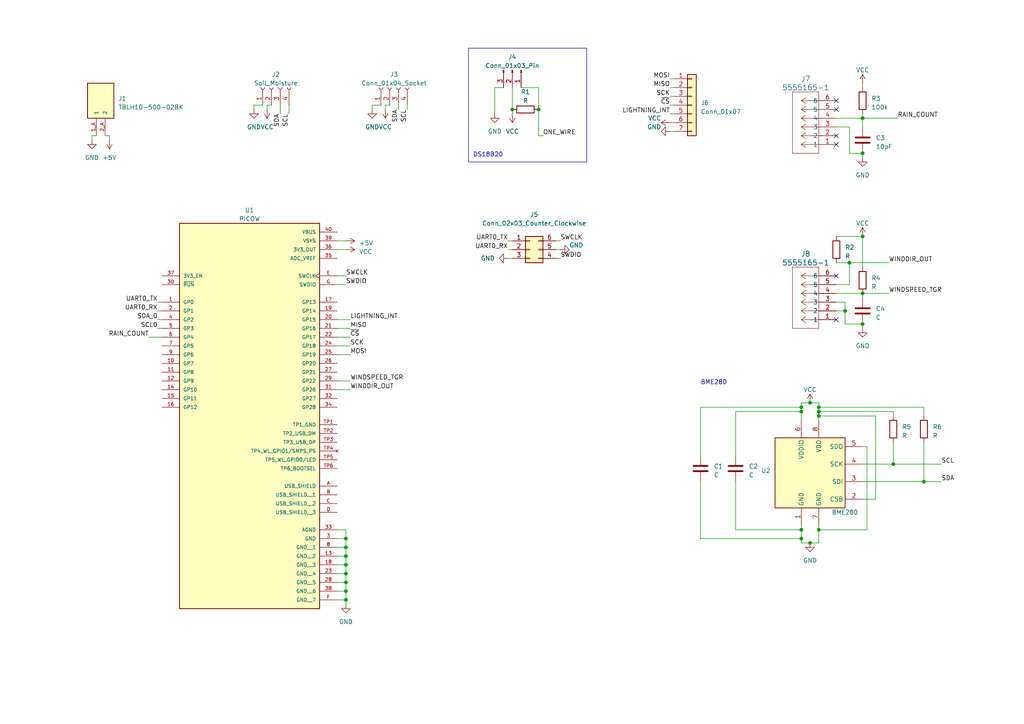
<source format=kicad_sch>
(kicad_sch (version 20230121) (generator eeschema)
  (paper "A4")
  (lib_symbols
    (symbol "Connector:Conn_01x03_Pin" (pin_names (offset 1.016) hide)
      (property "Reference" "J" (at 0 5.08 0))
      (property "Value" "Conn_01x03_Pin" (at 0 -5.08 0))
      (symbol "Conn_01x03_Pin_1_1"
        (polyline (pts (xy 1.27 -2.54) (xy 0.8636 -2.54)) (stroke (width 0.1524)))
        (polyline (pts (xy 1.27 0) (xy 0.8636 0)) (stroke (width 0.1524)))
        (polyline (pts (xy 1.27 2.54) (xy 0.8636 2.54)) (stroke (width 0.1524)))
        (rectangle (start 0.8636 -2.413) (end 0 -2.667) (stroke (width 0.1524)) (fill (type outline)))
        (rectangle (start 0.8636 0.127) (end 0 -0.127) (stroke (width 0.1524)) (fill (type outline)))
        (rectangle (start 0.8636 2.667) (end 0 2.413) (stroke (width 0.1524)) (fill (type outline)))
        (pin passive line (at 5.08 2.54 180) (length 3.81) (name "Pin_1") (number "1"))
        (pin passive line (at 5.08 0 180) (length 3.81) (name "Pin_2") (number "2"))
        (pin passive line (at 5.08 -2.54 180) (length 3.81) (name "Pin_3") (number "3"))
      )
    )
    (symbol "Connector:Conn_01x04_Socket" (pin_names (offset 1.016) hide)
      (property "Reference" "J" (at 0 5.08 0))
      (property "Value" "Conn_01x04_Socket" (at 0 -7.62 0))
      (symbol "Conn_01x04_Socket_1_1"
        (arc (start 0 -4.572) (mid -0.5058 -5.08) (end 0 -5.588) (stroke (width 0.1524)))
        (arc (start 0 -2.032) (mid -0.5058 -2.54) (end 0 -3.048) (stroke (width 0.1524)))
        (polyline (pts (xy -1.27 -5.08) (xy -0.508 -5.08)) (stroke (width 0.1524)))
        (polyline (pts (xy -1.27 -2.54) (xy -0.508 -2.54)) (stroke (width 0.1524)))
        (polyline (pts (xy -1.27 0) (xy -0.508 0)) (stroke (width 0.1524)))
        (polyline (pts (xy -1.27 2.54) (xy -0.508 2.54)) (stroke (width 0.1524)))
        (arc (start 0 0.508) (mid -0.5058 0) (end 0 -0.508) (stroke (width 0.1524)))
        (arc (start 0 3.048) (mid -0.5058 2.54) (end 0 2.032) (stroke (width 0.1524)))
        (pin passive line (at -5.08 2.54 0) (length 3.81) (name "Pin_1") (number "1"))
        (pin passive line (at -5.08 0 0) (length 3.81) (name "Pin_2") (number "2"))
        (pin passive line (at -5.08 -2.54 0) (length 3.81) (name "Pin_3") (number "3"))
        (pin passive line (at -5.08 -5.08 0) (length 3.81) (name "Pin_4") (number "4"))
      )
    )
    (symbol "Connector_Generic:Conn_01x07" (pin_names (offset 1.016) hide)
      (property "Reference" "J" (at 0 10.16 0))
      (property "Value" "Conn_01x07" (at 0 -10.16 0))
      (symbol "Conn_01x07_1_1"
        (rectangle (start -1.27 -7.493) (end 0 -7.747) (stroke (width 0.1524)))
        (rectangle (start -1.27 -4.953) (end 0 -5.207) (stroke (width 0.1524)))
        (rectangle (start -1.27 -2.413) (end 0 -2.667) (stroke (width 0.1524)))
        (rectangle (start -1.27 0.127) (end 0 -0.127) (stroke (width 0.1524)))
        (rectangle (start -1.27 2.667) (end 0 2.413) (stroke (width 0.1524)))
        (rectangle (start -1.27 5.207) (end 0 4.953) (stroke (width 0.1524)))
        (rectangle (start -1.27 7.747) (end 0 7.493) (stroke (width 0.1524)))
        (rectangle (start -1.27 8.89) (end 1.27 -8.89) (stroke (width 0.254)) (fill (type background)))
        (pin passive line (at -5.08 7.62 0) (length 3.81) (name "Pin_1") (number "1"))
        (pin passive line (at -5.08 5.08 0) (length 3.81) (name "Pin_2") (number "2"))
        (pin passive line (at -5.08 2.54 0) (length 3.81) (name "Pin_3") (number "3"))
        (pin passive line (at -5.08 0 0) (length 3.81) (name "Pin_4") (number "4"))
        (pin passive line (at -5.08 -2.54 0) (length 3.81) (name "Pin_5") (number "5"))
        (pin passive line (at -5.08 -5.08 0) (length 3.81) (name "Pin_6") (number "6"))
        (pin passive line (at -5.08 -7.62 0) (length 3.81) (name "Pin_7") (number "7"))
      )
    )
    (symbol "Connector_Generic:Conn_02x03_Counter_Clockwise" (pin_names (offset 1.016) hide)
      (property "Reference" "J" (at 1.27 5.08 0))
      (property "Value" "Conn_02x03_Counter_Clockwise" (at 1.27 -5.08 0))
      (symbol "Conn_02x03_Counter_Clockwise_1_1"
        (rectangle (start -1.27 -2.413) (end 0 -2.667) (stroke (width 0.1524)))
        (rectangle (start -1.27 0.127) (end 0 -0.127) (stroke (width 0.1524)))
        (rectangle (start -1.27 2.667) (end 0 2.413) (stroke (width 0.1524)))
        (rectangle (start -1.27 3.81) (end 3.81 -3.81) (stroke (width 0.254)) (fill (type background)))
        (rectangle (start 3.81 -2.413) (end 2.54 -2.667) (stroke (width 0.1524)))
        (rectangle (start 3.81 0.127) (end 2.54 -0.127) (stroke (width 0.1524)))
        (rectangle (start 3.81 2.667) (end 2.54 2.413) (stroke (width 0.1524)))
        (pin passive line (at -5.08 2.54 0) (length 3.81) (name "Pin_1") (number "1"))
        (pin passive line (at -5.08 0 0) (length 3.81) (name "Pin_2") (number "2"))
        (pin passive line (at -5.08 -2.54 0) (length 3.81) (name "Pin_3") (number "3"))
        (pin passive line (at 7.62 -2.54 180) (length 3.81) (name "Pin_4") (number "4"))
        (pin passive line (at 7.62 0 180) (length 3.81) (name "Pin_5") (number "5"))
        (pin passive line (at 7.62 2.54 180) (length 3.81) (name "Pin_6") (number "6"))
      )
    )
    (symbol "Device:C" (pin_numbers hide) (pin_names (offset 0.254))
      (property "Reference" "C" (at 0.635 2.54 0))
      (property "Value" "C" (at 0.635 -2.54 0))
      (symbol "C_0_1"
        (polyline (pts (xy -2.032 -0.762) (xy 2.032 -0.762)) (stroke (width 0.508)))
        (polyline (pts (xy -2.032 0.762) (xy 2.032 0.762)) (stroke (width 0.508)))
      )
      (symbol "C_1_1"
        (pin passive line (at 0 3.81 270) (length 2.794) (name "~") (number "1"))
        (pin passive line (at 0 -3.81 90) (length 2.794) (name "~") (number "2"))
      )
    )
    (symbol "Device:R" (pin_numbers hide) (pin_names (offset 0))
      (property "Reference" "R" (at 2.032 0 90))
      (property "Value" "R" (at 0 0 90))
      (symbol "R_0_1"
        (rectangle (start -1.016 -2.54) (end 1.016 2.54) (stroke (width 0.254)))
      )
      (symbol "R_1_1"
        (pin passive line (at 0 3.81 270) (length 1.27) (name "~") (number "1"))
        (pin passive line (at 0 -3.81 90) (length 1.27) (name "~") (number "2"))
      )
    )
    (symbol "PicoW:SC0918" (pin_names (offset 1.016))
      (property "Reference" "U" (at -20.32 43.942 0))
      (property "Value" "PICOW" (at 12.7 -71.12 0))
      (symbol "SC0918_0_0"
        (rectangle (start -20.32 43.18) (end 20.32 -68.58) (stroke (width 0.254)) (fill (type background)))
        (pin bidirectional line (at -25.4 20.32 0) (length 5.08) (name "GP0") (number "1"))
        (pin bidirectional line (at -25.4 2.54 0) (length 5.08) (name "GP7") (number "10"))
        (pin bidirectional line (at -25.4 0 0) (length 5.08) (name "GP8") (number "11"))
        (pin bidirectional line (at -25.4 -2.54 0) (length 5.08) (name "GP9") (number "12"))
        (pin power_in line (at 25.4 -53.34 180) (length 5.08) (name "GND__2") (number "13"))
        (pin bidirectional line (at -25.4 -5.08 0) (length 5.08) (name "GP10") (number "14"))
        (pin bidirectional line (at -25.4 -7.62 0) (length 5.08) (name "GP11") (number "15"))
        (pin bidirectional line (at -25.4 -10.16 0) (length 5.08) (name "GP12") (number "16"))
        (pin bidirectional line (at 25.4 20.32 180) (length 5.08) (name "GP13") (number "17"))
        (pin power_in line (at 25.4 -55.88 180) (length 5.08) (name "GND__3") (number "18"))
        (pin bidirectional line (at 25.4 17.78 180) (length 5.08) (name "GP14") (number "19"))
        (pin bidirectional line (at -25.4 17.78 0) (length 5.08) (name "GP1") (number "2"))
        (pin bidirectional line (at 25.4 15.24 180) (length 5.08) (name "GP15") (number "20"))
        (pin bidirectional line (at 25.4 12.7 180) (length 5.08) (name "GP16") (number "21"))
        (pin bidirectional line (at 25.4 10.16 180) (length 5.08) (name "GP17") (number "22"))
        (pin power_in line (at 25.4 -58.42 180) (length 5.08) (name "GND__4") (number "23"))
        (pin bidirectional line (at 25.4 7.62 180) (length 5.08) (name "GP18") (number "24"))
        (pin bidirectional line (at 25.4 5.08 180) (length 5.08) (name "GP19") (number "25"))
        (pin bidirectional line (at 25.4 2.54 180) (length 5.08) (name "GP20") (number "26"))
        (pin bidirectional line (at 25.4 0 180) (length 5.08) (name "GP21") (number "27"))
        (pin power_in line (at 25.4 -60.96 180) (length 5.08) (name "GND__5") (number "28"))
        (pin bidirectional line (at 25.4 -2.54 180) (length 5.08) (name "GP22") (number "29"))
        (pin power_in line (at 25.4 -48.26 180) (length 5.08) (name "GND") (number "3"))
        (pin input line (at -25.4 25.4 0) (length 5.08) (name "~{RUN}") (number "30"))
        (pin bidirectional line (at 25.4 -5.08 180) (length 5.08) (name "GP26") (number "31"))
        (pin bidirectional line (at 25.4 -7.62 180) (length 5.08) (name "GP27") (number "32"))
        (pin power_in line (at 25.4 -45.72 180) (length 5.08) (name "AGND") (number "33"))
        (pin bidirectional line (at 25.4 -10.16 180) (length 5.08) (name "GP28") (number "34"))
        (pin power_in line (at 25.4 33.02 180) (length 5.08) (name "ADC_VREF") (number "35"))
        (pin power_in line (at 25.4 35.56 180) (length 5.08) (name "3V3_OUT") (number "36"))
        (pin input line (at -25.4 27.94 0) (length 5.08) (name "3V3_EN") (number "37"))
        (pin power_in line (at 25.4 -63.5 180) (length 5.08) (name "GND__6") (number "38"))
        (pin power_in line (at 25.4 38.1 180) (length 5.08) (name "VSYS") (number "39"))
        (pin bidirectional line (at -25.4 15.24 0) (length 5.08) (name "GP2") (number "4"))
        (pin power_in line (at 25.4 40.64 180) (length 5.08) (name "VBUS") (number "40"))
        (pin bidirectional line (at -25.4 12.7 0) (length 5.08) (name "GP3") (number "5"))
        (pin bidirectional line (at -25.4 10.16 0) (length 5.08) (name "GP4") (number "6"))
        (pin bidirectional line (at -25.4 7.62 0) (length 5.08) (name "GP5") (number "7"))
        (pin power_in line (at 25.4 -50.8 180) (length 5.08) (name "GND__1") (number "8"))
        (pin bidirectional line (at -25.4 5.08 0) (length 5.08) (name "GP6") (number "9"))
        (pin power_in line (at 25.4 -33.02 180) (length 5.08) (name "USB_SHIELD") (number "A"))
        (pin power_in line (at 25.4 -35.56 180) (length 5.08) (name "USB_SHIELD__1") (number "B"))
        (pin power_in line (at 25.4 -38.1 180) (length 5.08) (name "USB_SHIELD__2") (number "C"))
        (pin power_in line (at 25.4 -40.64 180) (length 5.08) (name "USB_SHIELD__3") (number "D"))
        (pin input clock (at 25.4 27.94 180) (length 5.08) (name "SWCLK") (number "E"))
        (pin power_in line (at 25.4 -66.04 180) (length 5.08) (name "GND__7") (number "F"))
        (pin bidirectional line (at 25.4 25.4 180) (length 5.08) (name "SWDIO") (number "G"))
        (pin power_in line (at 25.4 -15.24 180) (length 5.08) (name "TP1_GND") (number "TP1"))
        (pin bidirectional line (at 25.4 -17.78 180) (length 5.08) (name "TP2_USB_DM") (number "TP2"))
        (pin bidirectional line (at 25.4 -20.32 180) (length 5.08) (name "TP3_USB_DP") (number "TP3"))
        (pin no_connect line (at 25.4 -22.86 180) (length 5.08) (name "TP4_WL_GPIO1/SMPS_PS") (number "TP4"))
        (pin output line (at 25.4 -25.4 180) (length 5.08) (name "TP5_WL_GPIO0/LED") (number "TP5"))
        (pin input line (at 25.4 -27.94 180) (length 5.08) (name "TP6_BOOTSEL") (number "TP6"))
      )
    )
    (symbol "Sensor:BME280"
      (property "Reference" "U" (at -8.89 11.43 0))
      (property "Value" "BME280" (at 7.62 11.43 0))
      (symbol "BME280_0_1"
        (rectangle (start -10.16 10.16) (end 10.16 -10.16) (stroke (width 0.254)) (fill (type background)))
      )
      (symbol "BME280_1_1"
        (pin power_in line (at -2.54 -15.24 90) (length 5.08) (name "GND") (number "1"))
        (pin input line (at 15.24 -7.62 180) (length 5.08) (name "CSB") (number "2"))
        (pin bidirectional line (at 15.24 -2.54 180) (length 5.08) (name "SDI") (number "3"))
        (pin input line (at 15.24 2.54 180) (length 5.08) (name "SCK") (number "4"))
        (pin bidirectional line (at 15.24 7.62 180) (length 5.08) (name "SDO") (number "5"))
        (pin power_in line (at -2.54 15.24 270) (length 5.08) (name "VDDIO") (number "6"))
        (pin power_in line (at 2.54 -15.24 90) (length 5.08) (name "GND") (number "7"))
        (pin power_in line (at 2.54 15.24 270) (length 5.08) (name "VDD") (number "8"))
      )
    )
    (symbol "Weather_Sensors:5555165-1" (pin_names (offset 0.254))
      (property "Reference" "J" (at 5.08 3.81 0))
      (property "Value" "5555165-1" (at 11.43 -16.51 0))
      (symbol "5555165-1_1_1"
        (polyline (pts (xy 5.08 -15.24) (xy 12.7 -15.24)) (stroke (width 0.127)))
        (polyline (pts (xy 5.08 2.54) (xy 5.08 -15.24)) (stroke (width 0.127)))
        (polyline (pts (xy 10.16 -12.7) (xy 5.08 -12.7)) (stroke (width 0.127)))
        (polyline (pts (xy 10.16 -12.7) (xy 8.89 -13.5467)) (stroke (width 0.127)))
        (polyline (pts (xy 10.16 -12.7) (xy 8.89 -11.8533)) (stroke (width 0.127)))
        (polyline (pts (xy 10.16 -10.16) (xy 5.08 -10.16)) (stroke (width 0.127)))
        (polyline (pts (xy 10.16 -10.16) (xy 8.89 -11.0067)) (stroke (width 0.127)))
        (polyline (pts (xy 10.16 -10.16) (xy 8.89 -9.3133)) (stroke (width 0.127)))
        (polyline (pts (xy 10.16 -7.62) (xy 5.08 -7.62)) (stroke (width 0.127)))
        (polyline (pts (xy 10.16 -7.62) (xy 8.89 -8.4667)) (stroke (width 0.127)))
        (polyline (pts (xy 10.16 -7.62) (xy 8.89 -6.7733)) (stroke (width 0.127)))
        (polyline (pts (xy 10.16 -5.08) (xy 5.08 -5.08)) (stroke (width 0.127)))
        (polyline (pts (xy 10.16 -5.08) (xy 8.89 -5.9267)) (stroke (width 0.127)))
        (polyline (pts (xy 10.16 -5.08) (xy 8.89 -4.2333)) (stroke (width 0.127)))
        (polyline (pts (xy 10.16 -2.54) (xy 5.08 -2.54)) (stroke (width 0.127)))
        (polyline (pts (xy 10.16 -2.54) (xy 8.89 -3.3867)) (stroke (width 0.127)))
        (polyline (pts (xy 10.16 -2.54) (xy 8.89 -1.6933)) (stroke (width 0.127)))
        (polyline (pts (xy 10.16 0) (xy 5.08 0)) (stroke (width 0.127)))
        (polyline (pts (xy 10.16 0) (xy 8.89 -0.8467)) (stroke (width 0.127)))
        (polyline (pts (xy 10.16 0) (xy 8.89 0.8467)) (stroke (width 0.127)))
        (polyline (pts (xy 12.7 -15.24) (xy 12.7 2.54)) (stroke (width 0.127)))
        (polyline (pts (xy 12.7 2.54) (xy 5.08 2.54)) (stroke (width 0.127)))
        (pin unspecified line (at 0 0 0) (length 5.08) (name "1") (number "1"))
        (pin unspecified line (at 0 -2.54 0) (length 5.08) (name "2") (number "2"))
        (pin unspecified line (at 0 -5.08 0) (length 5.08) (name "3") (number "3"))
        (pin unspecified line (at 0 -7.62 0) (length 5.08) (name "4") (number "4"))
        (pin unspecified line (at 0 -10.16 0) (length 5.08) (name "5") (number "5"))
        (pin unspecified line (at 0 -12.7 0) (length 5.08) (name "6") (number "6"))
      )
      (symbol "5555165-1_1_2"
        (polyline (pts (xy 5.08 -15.24) (xy 12.7 -15.24)) (stroke (width 0.127)))
        (polyline (pts (xy 5.08 2.54) (xy 5.08 -15.24)) (stroke (width 0.127)))
        (polyline (pts (xy 7.62 -12.7) (xy 5.08 -12.7)) (stroke (width 0.127)))
        (polyline (pts (xy 7.62 -12.7) (xy 8.89 -13.5467)) (stroke (width 0.127)))
        (polyline (pts (xy 7.62 -12.7) (xy 8.89 -11.8533)) (stroke (width 0.127)))
        (polyline (pts (xy 7.62 -10.16) (xy 5.08 -10.16)) (stroke (width 0.127)))
        (polyline (pts (xy 7.62 -10.16) (xy 8.89 -11.0067)) (stroke (width 0.127)))
        (polyline (pts (xy 7.62 -10.16) (xy 8.89 -9.3133)) (stroke (width 0.127)))
        (polyline (pts (xy 7.62 -7.62) (xy 5.08 -7.62)) (stroke (width 0.127)))
        (polyline (pts (xy 7.62 -7.62) (xy 8.89 -8.4667)) (stroke (width 0.127)))
        (polyline (pts (xy 7.62 -7.62) (xy 8.89 -6.7733)) (stroke (width 0.127)))
        (polyline (pts (xy 7.62 -5.08) (xy 5.08 -5.08)) (stroke (width 0.127)))
        (polyline (pts (xy 7.62 -5.08) (xy 8.89 -5.9267)) (stroke (width 0.127)))
        (polyline (pts (xy 7.62 -5.08) (xy 8.89 -4.2333)) (stroke (width 0.127)))
        (polyline (pts (xy 7.62 -2.54) (xy 5.08 -2.54)) (stroke (width 0.127)))
        (polyline (pts (xy 7.62 -2.54) (xy 8.89 -3.3867)) (stroke (width 0.127)))
        (polyline (pts (xy 7.62 -2.54) (xy 8.89 -1.6933)) (stroke (width 0.127)))
        (polyline (pts (xy 7.62 0) (xy 5.08 0)) (stroke (width 0.127)))
        (polyline (pts (xy 7.62 0) (xy 8.89 -0.8467)) (stroke (width 0.127)))
        (polyline (pts (xy 7.62 0) (xy 8.89 0.8467)) (stroke (width 0.127)))
        (polyline (pts (xy 12.7 -15.24) (xy 12.7 2.54)) (stroke (width 0.127)))
        (polyline (pts (xy 12.7 2.54) (xy 5.08 2.54)) (stroke (width 0.127)))
        (pin unspecified line (at 0 0 0) (length 5.08) (name "1") (number "1"))
        (pin unspecified line (at 0 -2.54 0) (length 5.08) (name "2") (number "2"))
        (pin unspecified line (at 0 -5.08 0) (length 5.08) (name "3") (number "3"))
        (pin unspecified line (at 0 -7.62 0) (length 5.08) (name "4") (number "4"))
        (pin unspecified line (at 0 -10.16 0) (length 5.08) (name "5") (number "5"))
        (pin unspecified line (at 0 -12.7 0) (length 5.08) (name "6") (number "6"))
      )
    )
    (symbol "Weather_Sensors:TBLH10-500-02BK" (pin_names (offset 1.016))
      (property "Reference" "J" (at -5.58 5.08 0))
      (property "Value" "TBLH10-500-02BK" (at -5.08 -5.08 0))
      (symbol "TBLH10-500-02BK_0_0"
        (rectangle (start -5.08 -2.54) (end 5.08 5.08) (stroke (width 0.254)) (fill (type background)))
        (pin passive line (at -10.16 2.54 0) (length 5.08) (name "1") (number "1_A"))
        (pin passive line (at -10.16 0 0) (length 5.08) (name "2") (number "2_A"))
      )
    )
    (symbol "power:+5V" (power) (pin_names (offset 0))
      (property "Value" "+5V" (at 0 3.556 0))
      (symbol "+5V_0_1"
        (polyline (pts (xy -0.762 1.27) (xy 0 2.54)))
        (polyline (pts (xy 0 0) (xy 0 2.54)))
        (polyline (pts (xy 0 2.54) (xy 0.762 1.27)))
      )
      (symbol "+5V_1_1"
        (pin power_in line (at 0 0 90) (length 0) hide (name "+5V") (number "1"))
      )
    )
    (symbol "power:GND" (power) (pin_names (offset 0))
      (property "Value" "GND" (at 0 -3.81 0))
      (symbol "GND_0_1"
        (polyline (pts (xy 0 0) (xy 0 -1.27) (xy 1.27 -1.27) (xy 0 -2.54) (xy -1.27 -1.27) (xy 0 -1.27)))
      )
      (symbol "GND_1_1"
        (pin power_in line (at 0 0 270) (length 0) hide (name "GND") (number "1"))
      )
    )
    (symbol "power:VCC" (power) (pin_names (offset 0))
      (property "Value" "VCC" (at 0 3.81 0))
      (symbol "VCC_0_1"
        (polyline (pts (xy -0.762 1.27) (xy 0 2.54)))
        (polyline (pts (xy 0 0) (xy 0 2.54)))
        (polyline (pts (xy 0 2.54) (xy 0.762 1.27)))
      )
      (symbol "VCC_1_1"
        (pin power_in line (at 0 0 90) (length 0) hide (name "VCC") (number "1"))
      )
    )
  )
  (junction (at 232.41 153.67))
  (junction (at 250.19 34.29))
  (junction (at 100.33 173.99))
  (junction (at 250.19 93.98))
  (junction (at 250.19 68.58))
  (junction (at 232.41 118.11))
  (junction (at 100.33 168.91))
  (junction (at 100.33 156.21))
  (junction (at 232.41 119.38))
  (junction (at 232.41 156.21))
  (junction (at 237.49 153.67))
  (junction (at 234.95 116.84))
  (junction (at 100.33 163.83))
  (junction (at 267.97 139.7))
  (junction (at 237.49 118.11))
  (junction (at 250.19 85.09))
  (junction (at 250.19 44.45))
  (junction (at 100.33 161.29))
  (junction (at 259.08 134.62))
  (junction (at 234.95 157.48))
  (junction (at 237.49 119.38))
  (junction (at 156.21 31.75))
  (junction (at 100.33 166.37))
  (junction (at 246.38 76.2))
  (junction (at 100.33 158.75))
  (junction (at 245.11 90.17))
  (junction (at 100.33 171.45))
  (junction (at 148.59 31.75))
  (junction (at 237.49 120.65))
  (no_connect (at 242.57 41.91))
  (no_connect (at 242.57 39.37))
  (no_connect (at 242.57 31.75))
  (no_connect (at 242.57 92.71))
  (no_connect (at 242.57 80.01))
  (no_connect (at 242.57 29.21))
  (wire (pts (xy 148.59 25.4) (xy 148.59 31.75)))
  (wire (pts (xy 250.19 68.58) (xy 250.19 77.47)))
  (wire (pts (xy 147.32 72.39) (xy 148.59 72.39)))
  (wire (pts (xy 97.79 97.79) (xy 101.6 97.79)))
  (wire (pts (xy 156.21 31.75) (xy 156.21 39.37)))
  (wire (pts (xy 237.49 157.48) (xy 237.49 153.67)))
  (wire (pts (xy 100.33 166.37) (xy 100.33 168.91)))
  (wire (pts (xy 194.31 22.86) (xy 195.58 22.86)))
  (wire (pts (xy 113.03 30.48) (xy 111.76 30.48)))
  (wire (pts (xy 100.33 156.21) (xy 100.33 158.75)))
  (wire (pts (xy 156.21 25.4) (xy 156.21 31.75)))
  (wire (pts (xy 97.79 113.03) (xy 101.6 113.03)))
  (wire (pts (xy 246.38 82.55) (xy 246.38 76.2)))
  (wire (pts (xy 237.49 119.38) (xy 259.08 119.38)))
  (wire (pts (xy 161.29 69.85) (xy 162.56 69.85)))
  (wire (pts (xy 107.95 30.48) (xy 107.95 31.75)))
  (wire (pts (xy 232.41 118.11) (xy 203.2 118.11)))
  (wire (pts (xy 97.79 166.37) (xy 100.33 166.37)))
  (wire (pts (xy 213.36 153.67) (xy 232.41 153.67)))
  (wire (pts (xy 97.79 72.39) (xy 100.33 72.39)))
  (wire (pts (xy 194.31 38.1) (xy 195.58 38.1)))
  (wire (pts (xy 31.75 39.37) (xy 31.75 40.64)))
  (wire (pts (xy 213.36 119.38) (xy 213.36 132.08)))
  (wire (pts (xy 203.2 156.21) (xy 232.41 156.21)))
  (wire (pts (xy 242.57 87.63) (xy 245.11 87.63)))
  (wire (pts (xy 115.57 30.48) (xy 115.57 31.75)))
  (wire (pts (xy 250.19 34.29) (xy 250.19 36.83)))
  (wire (pts (xy 234.95 116.84) (xy 232.41 116.84)))
  (wire (pts (xy 97.79 168.91) (xy 100.33 168.91)))
  (wire (pts (xy 242.57 36.83) (xy 246.38 36.83)))
  (wire (pts (xy 45.72 87.63) (xy 46.99 87.63)))
  (wire (pts (xy 26.67 39.37) (xy 26.67 40.64)))
  (wire (pts (xy 148.59 31.75) (xy 148.59 33.02)))
  (wire (pts (xy 237.49 119.38) (xy 237.49 120.65)))
  (wire (pts (xy 237.49 120.65) (xy 254 120.65)))
  (wire (pts (xy 250.19 144.78) (xy 254 144.78)))
  (wire (pts (xy 259.08 134.62) (xy 273.05 134.62)))
  (wire (pts (xy 97.79 173.99) (xy 100.33 173.99)))
  (wire (pts (xy 147.32 69.85) (xy 148.59 69.85)))
  (wire (pts (xy 73.66 30.48) (xy 73.66 31.75)))
  (wire (pts (xy 245.11 93.98) (xy 250.19 93.98)))
  (wire (pts (xy 267.97 118.11) (xy 267.97 120.65)))
  (wire (pts (xy 242.57 76.2) (xy 246.38 76.2)))
  (wire (pts (xy 100.33 173.99) (xy 100.33 175.26)))
  (wire (pts (xy 234.95 157.48) (xy 237.49 157.48)))
  (wire (pts (xy 250.19 44.45) (xy 250.19 45.72)))
  (wire (pts (xy 151.13 25.4) (xy 156.21 25.4)))
  (wire (pts (xy 97.79 153.67) (xy 100.33 153.67)))
  (wire (pts (xy 250.19 24.13) (xy 250.19 25.4)))
  (wire (pts (xy 237.49 118.11) (xy 267.97 118.11)))
  (wire (pts (xy 232.41 153.67) (xy 232.41 156.21)))
  (wire (pts (xy 97.79 95.25) (xy 101.6 95.25)))
  (wire (pts (xy 97.79 102.87) (xy 101.6 102.87)))
  (wire (pts (xy 97.79 92.71) (xy 101.6 92.71)))
  (wire (pts (xy 147.32 74.93) (xy 148.59 74.93)))
  (wire (pts (xy 203.2 139.7) (xy 203.2 156.21)))
  (wire (pts (xy 45.72 90.17) (xy 46.99 90.17)))
  (wire (pts (xy 246.38 36.83) (xy 246.38 44.45)))
  (wire (pts (xy 267.97 128.27) (xy 267.97 139.7)))
  (wire (pts (xy 203.2 118.11) (xy 203.2 132.08)))
  (wire (pts (xy 194.31 35.56) (xy 195.58 35.56)))
  (wire (pts (xy 246.38 44.45) (xy 250.19 44.45)))
  (wire (pts (xy 97.79 161.29) (xy 100.33 161.29)))
  (wire (pts (xy 100.33 158.75) (xy 100.33 161.29)))
  (wire (pts (xy 232.41 116.84) (xy 232.41 118.11)))
  (wire (pts (xy 259.08 119.38) (xy 259.08 120.65)))
  (wire (pts (xy 100.33 158.75) (xy 97.79 158.75)))
  (wire (pts (xy 237.49 118.11) (xy 237.49 119.38)))
  (wire (pts (xy 237.49 120.65) (xy 237.49 121.92)))
  (wire (pts (xy 156.21 39.37) (xy 157.48 39.37)))
  (wire (pts (xy 97.79 171.45) (xy 100.33 171.45)))
  (wire (pts (xy 237.49 116.84) (xy 237.49 118.11)))
  (wire (pts (xy 250.19 93.98) (xy 250.19 95.25)))
  (wire (pts (xy 97.79 69.85) (xy 100.33 69.85)))
  (wire (pts (xy 118.11 30.48) (xy 118.11 31.75)))
  (wire (pts (xy 97.79 82.55) (xy 100.33 82.55)))
  (wire (pts (xy 97.79 156.21) (xy 100.33 156.21)))
  (wire (pts (xy 242.57 68.58) (xy 250.19 68.58)))
  (wire (pts (xy 259.08 128.27) (xy 259.08 134.62)))
  (wire (pts (xy 250.19 134.62) (xy 259.08 134.62)))
  (wire (pts (xy 232.41 156.21) (xy 232.41 157.48)))
  (wire (pts (xy 100.33 161.29) (xy 100.33 163.83)))
  (wire (pts (xy 194.31 30.48) (xy 195.58 30.48)))
  (wire (pts (xy 232.41 152.4) (xy 232.41 153.67)))
  (wire (pts (xy 237.49 153.67) (xy 237.49 152.4)))
  (wire (pts (xy 232.41 157.48) (xy 234.95 157.48)))
  (wire (pts (xy 83.82 30.48) (xy 83.82 33.02)))
  (wire (pts (xy 110.49 30.48) (xy 107.95 30.48)))
  (wire (pts (xy 237.49 153.67) (xy 251.46 153.67)))
  (wire (pts (xy 111.76 30.48) (xy 111.76 31.75)))
  (wire (pts (xy 250.19 85.09) (xy 250.19 86.36)))
  (wire (pts (xy 251.46 129.54) (xy 251.46 153.67)))
  (wire (pts (xy 78.74 30.48) (xy 77.47 30.48)))
  (wire (pts (xy 100.33 163.83) (xy 100.33 166.37)))
  (wire (pts (xy 254 144.78) (xy 254 120.65)))
  (wire (pts (xy 232.41 119.38) (xy 213.36 119.38)))
  (wire (pts (xy 194.31 25.4) (xy 195.58 25.4)))
  (wire (pts (xy 76.2 30.48) (xy 73.66 30.48)))
  (wire (pts (xy 242.57 90.17) (xy 245.11 90.17)))
  (wire (pts (xy 27.94 39.37) (xy 26.67 39.37)))
  (wire (pts (xy 242.57 85.09) (xy 250.19 85.09)))
  (wire (pts (xy 161.29 74.93) (xy 162.56 74.93)))
  (wire (pts (xy 100.33 171.45) (xy 100.33 173.99)))
  (wire (pts (xy 250.19 139.7) (xy 267.97 139.7)))
  (wire (pts (xy 45.72 92.71) (xy 46.99 92.71)))
  (wire (pts (xy 81.28 30.48) (xy 81.28 33.02)))
  (wire (pts (xy 100.33 153.67) (xy 100.33 156.21)))
  (wire (pts (xy 143.51 33.02) (xy 143.51 25.4)))
  (wire (pts (xy 232.41 118.11) (xy 232.41 119.38)))
  (wire (pts (xy 143.51 25.4) (xy 146.05 25.4)))
  (wire (pts (xy 250.19 129.54) (xy 251.46 129.54)))
  (wire (pts (xy 194.31 33.02) (xy 195.58 33.02)))
  (wire (pts (xy 245.11 87.63) (xy 245.11 90.17)))
  (wire (pts (xy 245.11 90.17) (xy 245.11 93.98)))
  (wire (pts (xy 250.19 33.02) (xy 250.19 34.29)))
  (wire (pts (xy 242.57 82.55) (xy 246.38 82.55)))
  (wire (pts (xy 43.18 97.79) (xy 46.99 97.79)))
  (wire (pts (xy 45.72 95.25) (xy 46.99 95.25)))
  (wire (pts (xy 97.79 163.83) (xy 100.33 163.83)))
  (wire (pts (xy 161.29 72.39) (xy 162.56 72.39)))
  (wire (pts (xy 77.47 30.48) (xy 77.47 31.75)))
  (wire (pts (xy 194.31 27.94) (xy 195.58 27.94)))
  (wire (pts (xy 250.19 34.29) (xy 260.35 34.29)))
  (wire (pts (xy 232.41 119.38) (xy 232.41 121.92)))
  (wire (pts (xy 250.19 85.09) (xy 257.81 85.09)))
  (wire (pts (xy 100.33 168.91) (xy 100.33 171.45)))
  (wire (pts (xy 97.79 110.49) (xy 101.6 110.49)))
  (wire (pts (xy 30.48 39.37) (xy 31.75 39.37)))
  (wire (pts (xy 234.95 116.84) (xy 237.49 116.84)))
  (wire (pts (xy 246.38 76.2) (xy 257.81 76.2)))
  (wire (pts (xy 97.79 80.01) (xy 100.33 80.01)))
  (wire (pts (xy 97.79 100.33) (xy 101.6 100.33)))
  (wire (pts (xy 213.36 139.7) (xy 213.36 153.67)))
  (wire (pts (xy 267.97 139.7) (xy 273.05 139.7)))
  (wire (pts (xy 242.57 34.29) (xy 250.19 34.29)))
  (rectangle (start 135.89 13.97) (end 170.18 46.99))
  (text "BME280" (at 203.2 111.76 0) (effects (font (size 1.27 1.27)) (justify left bottom)))
  (text "DS18B20" (at 137.16 45.72 0) (effects (font (size 1.27 1.27)) (justify left bottom)))
  (label "SDA" (at 81.28 33.02 270))
  (label "WINDSPEED_TGR" (at 101.6 110.49 0))
  (label "SCL0" (at 45.72 95.25 180))
  (label "UART0_TX" (at 147.32 69.85 180))
  (label "WINDDIR_OUT" (at 257.81 76.2 0))
  (label "UART0_TX" (at 45.72 87.63 180))
  (label "SDA_0" (at 45.72 92.71 180))
  (label "RAIN_COUNT" (at 260.35 34.29 0))
  (label "SWDIO" (at 100.33 82.55 0))
  (label "RAIN_COUNT" (at 43.18 97.79 180))
  (label "MOSI" (at 194.31 22.86 180))
  (label "LIGHTNING_INT" (at 194.31 33.02 180))
  (label "MISO" (at 194.31 25.4 180))
  (label "UART0_RX" (at 45.72 90.17 180))
  (label "WINDDIR_OUT" (at 101.6 113.03 0))
  (label "SDA" (at 115.57 31.75 270))
  (label "ONE_WIRE" (at 157.48 39.37 0))
  (label "SCL" (at 83.82 33.02 270))
  (label "LIGHTNING_INT" (at 101.6 92.71 0))
  (label "SWCLK" (at 100.33 80.01 0))
  (label "SCL" (at 118.11 31.75 270))
  (label "SWDIO" (at 162.56 74.93 0))
  (label "SDA" (at 273.05 139.7 0))
  (label "SCK" (at 194.31 27.94 180))
  (label "WINDSPEED_TGR" (at 257.81 85.09 0))
  (label "~{CS}" (at 194.31 30.48 180))
  (label "SCK" (at 101.6 100.33 0))
  (label "~{CS}" (at 101.6 97.79 0))
  (label "MISO" (at 101.6 95.25 0))
  (label "SWCLK" (at 162.56 69.85 0))
  (label "MOSI" (at 101.6 102.87 0))
  (label "UART0_RX" (at 147.32 72.39 180))
  (label "SCL" (at 273.05 134.62 0))
  (symbol (lib_id "Device:C") (at 250.19 90.17 0) (unit 1)
    (property "Reference" "C4" (at 254 89.535 0) (effects (justify left)))
    (property "Value" "C" (at 254 92.075 0) (effects (justify left)))
    (property "Footprint" "Capacitor_SMD:C_0805_2012Metric_Pad1.18x1.45mm_HandSolder" (effects hide))
  )
  (symbol (lib_id "power:VCC") (at 100.33 72.39 270) (unit 1)
    (property "Reference" "#PWR06" (effects hide))
    (property "Value" "VCC" (at 104.14 73.025 90) (effects (justify left)))
  )
  (symbol (lib_id "power:GND") (at 234.95 157.48 0) (unit 1)
    (property "Reference" "#PWR017" (effects hide))
    (property "Value" "GND" (at 234.95 162.56 0))
  )
  (symbol (lib_id "PicoW:SC0918") (at 72.39 107.95 0) (unit 1)
    (property "Reference" "U1" (at 72.39 60.96 0))
    (property "Value" "PICOW" (at 72.39 63.5 0))
    (property "Footprint" "WeatherStation:MODULE_SC0918" (effects hide))
    (property "PARTREV" "2.1" (effects hide))
    (property "STANDARD" "Manufacturer Recommendations" (effects hide))
    (property "MAXIMUM_PACKAGE_HEIGHT" "3.6mm" (effects hide))
    (property "MANUFACTURER" "Raspberry Pi" (effects hide))
  )
  (symbol (lib_id "Device:R") (at 242.57 72.39 0) (unit 1)
    (property "Reference" "R2" (at 245.11 71.755 0) (effects (justify left)))
    (property "Value" "R" (at 245.11 74.295 0) (effects (justify left)))
    (property "Footprint" "Resistor_SMD:R_0805_2012Metric_Pad1.20x1.40mm_HandSolder" (effects hide))
  )
  (symbol (lib_id "power:VCC") (at 250.19 68.58 0) (unit 1)
    (property "Reference" "#PWR020" (effects hide))
    (property "Value" "VCC" (at 250.19 64.77 0))
  )
  (symbol (lib_id "Device:R") (at 152.4 31.75 270) (unit 1)
    (property "Reference" "R1" (at 152.4 26.67 90))
    (property "Value" "R" (at 152.4 29.21 90))
    (property "Footprint" "Resistor_SMD:R_0805_2012Metric_Pad1.20x1.40mm_HandSolder" (effects hide))
  )
  (symbol (lib_id "power:GND") (at 194.31 38.1 270) (unit 1)
    (property "Reference" "#PWR015" (effects hide))
    (property "Value" "GND" (at 191.77 36.83 90) (effects (justify right)))
  )
  (symbol (lib_id "power:GND") (at 73.66 31.75 0) (unit 1)
    (property "Reference" "#PWR03" (effects hide))
    (property "Value" "GND" (at 73.66 36.83 0))
  )
  (symbol (lib_id "Weather_Sensors:5555165-1") (at 242.57 41.91 180) (unit 1)
    (property "Reference" "J7" (at 233.68 22.86 0) (effects (font (size 1.524 1.524))))
    (property "Value" "5555165-1" (at 233.68 25.4 0) (effects (font (size 1.524 1.524))))
    (property "Footprint" "WeatherStation:CONN6_5555165-1_TEC" (effects hide))
    (property "Datasheet" "5555165-1" (effects hide))
  )
  (symbol (lib_id "Connector:Conn_01x04_Socket") (at 113.03 25.4 90) (unit 1)
    (property "Reference" "J3" (at 114.3 21.59 90))
    (property "Value" "Conn_01x04_Socket" (at 114.3 24.13 90))
    (property "Footprint" "WeatherStation:STEMMA_SMALL" (effects hide))
  )
  (symbol (lib_id "power:GND") (at 250.19 45.72 0) (unit 1)
    (property "Reference" "#PWR019" (effects hide))
    (property "Value" "GND" (at 250.19 50.8 0))
  )
  (symbol (lib_id "Sensor:BME280") (at 234.95 137.16 0) (unit 1)
    (property "Reference" "U2" (at 223.52 136.525 0) (effects (justify right)))
    (property "Value" "BME280" (at 248.92 148.59 0) (effects (justify right)))
    (property "Footprint" "Package_LGA:Bosch_LGA-8_2.5x2.5mm_P0.65mm_ClockwisePinNumbering" (effects hide))
    (property "Datasheet" "https://www.bosch-sensortec.com/media/boschsensortec/downloads/datasheets/bst-bme280-ds002.pdf" (effects hide))
  )
  (symbol (lib_id "power:VCC") (at 148.59 33.02 180) (unit 1)
    (property "Reference" "#PWR012" (effects hide))
    (property "Value" "VCC" (at 148.59 38.1 0))
  )
  (symbol (lib_id "power:VCC") (at 77.47 31.75 180) (unit 1)
    (property "Reference" "#PWR04" (effects hide))
    (property "Value" "VCC" (at 77.47 36.83 0))
  )
  (symbol (lib_id "Device:R") (at 267.97 124.46 0) (unit 1)
    (property "Reference" "R6" (at 270.51 123.825 0) (effects (justify left)))
    (property "Value" "R" (at 270.51 126.365 0) (effects (justify left)))
    (property "Footprint" "Resistor_SMD:R_0805_2012Metric_Pad1.20x1.40mm_HandSolder" (effects hide))
  )
  (symbol (lib_id "power:GND") (at 143.51 33.02 0) (unit 1)
    (property "Reference" "#PWR010" (effects hide))
    (property "Value" "GND" (at 143.51 38.1 0))
  )
  (symbol (lib_id "Weather_Sensors:TBLH10-500-02BK") (at 30.48 29.21 90) (unit 1)
    (property "Reference" "J1" (at 34.29 28.575 90) (effects (justify right)))
    (property "Value" "TBLH10-500-02BK" (at 34.29 31.115 90) (effects (justify right)))
    (property "Footprint" "WeatherStation:CUI_TBLH10-500-02BK" (effects hide))
    (property "STANDARD" "Manufacturer Recommendations" (effects hide))
    (property "MANUFACTURER" "CUI" (effects hide))
  )
  (symbol (lib_id "Device:R") (at 250.19 29.21 0) (unit 1)
    (property "Reference" "R3" (at 252.73 28.575 0) (effects (justify left)))
    (property "Value" "100k" (at 252.73 31.115 0) (effects (justify left)))
    (property "Footprint" "Resistor_SMD:R_0805_2012Metric_Pad1.20x1.40mm_HandSolder" (effects hide))
  )
  (symbol (lib_id "Connector_Generic:Conn_02x03_Counter_Clockwise") (at 153.67 72.39 0) (unit 1)
    (property "Reference" "J5" (at 154.94 62.23 0))
    (property "Value" "Conn_02x03_Counter_Clockwise" (at 154.94 64.77 0))
    (property "Footprint" "Connector_PinSocket_2.54mm:PinSocket_2x03_P2.54mm_Vertical" (effects hide))
  )
  (symbol (lib_id "Device:C") (at 250.19 40.64 0) (unit 1)
    (property "Reference" "C3" (at 254 40.005 0) (effects (justify left)))
    (property "Value" "10pF" (at 254 42.545 0) (effects (justify left)))
    (property "Footprint" "Capacitor_SMD:C_0805_2012Metric_Pad1.18x1.45mm_HandSolder" (effects hide))
  )
  (symbol (lib_id "Device:R") (at 250.19 81.28 0) (unit 1)
    (property "Reference" "R4" (at 252.73 80.645 0) (effects (justify left)))
    (property "Value" "R" (at 252.73 83.185 0) (effects (justify left)))
    (property "Footprint" "Resistor_SMD:R_0805_2012Metric_Pad1.20x1.40mm_HandSolder" (effects hide))
  )
  (symbol (lib_id "Connector_Generic:Conn_01x07") (at 200.66 30.48 0) (unit 1)
    (property "Reference" "J6" (at 203.2 29.845 0) (effects (justify left)))
    (property "Value" "Conn_01x07" (at 203.2 32.385 0) (effects (justify left)))
    (property "Footprint" "Connector_PinHeader_2.54mm:PinHeader_1x07_P2.54mm_Vertical" (effects hide))
  )
  (symbol (lib_id "power:VCC") (at 234.95 116.84 0) (unit 1)
    (property "Reference" "#PWR016" (effects hide))
    (property "Value" "VCC" (at 234.95 113.03 0))
  )
  (symbol (lib_id "power:+5V") (at 31.75 40.64 180) (unit 1)
    (property "Reference" "#PWR02" (effects hide))
    (property "Value" "+5V" (at 31.75 45.72 0))
  )
  (symbol (lib_id "Connector:Conn_01x04_Socket") (at 78.74 25.4 90) (unit 1)
    (property "Reference" "J2" (at 80.01 21.59 90))
    (property "Value" "Soil_Moisture" (at 80.01 24.13 90))
    (property "Footprint" "WeatherStation:STEMMA_LARGE" (effects hide))
  )
  (symbol (lib_id "power:GND") (at 26.67 40.64 0) (unit 1)
    (property "Reference" "#PWR01" (effects hide))
    (property "Value" "GND" (at 26.67 45.72 0))
  )
  (symbol (lib_id "power:+5V") (at 100.33 69.85 270) (unit 1)
    (property "Reference" "#PWR05" (effects hide))
    (property "Value" "+5V" (at 104.14 70.485 90) (effects (justify left)))
  )
  (symbol (lib_id "Weather_Sensors:5555165-1") (at 242.57 92.71 180) (unit 1)
    (property "Reference" "J8" (at 233.68 73.66 0) (effects (font (size 1.524 1.524))))
    (property "Value" "5555165-1" (at 233.68 76.2 0) (effects (font (size 1.524 1.524))))
    (property "Footprint" "WeatherStation:CONN6_5555165-1_TEC" (effects hide))
    (property "Datasheet" "5555165-1" (effects hide))
  )
  (symbol (lib_id "power:VCC") (at 111.76 31.75 180) (unit 1)
    (property "Reference" "#PWR09" (effects hide))
    (property "Value" "VCC" (at 111.76 36.83 0))
  )
  (symbol (lib_id "power:VCC") (at 194.31 35.56 90) (unit 1)
    (property "Reference" "#PWR014" (effects hide))
    (property "Value" "VCC" (at 191.77 34.29 90) (effects (justify left)))
  )
  (symbol (lib_id "power:GND") (at 107.95 31.75 0) (unit 1)
    (property "Reference" "#PWR08" (effects hide))
    (property "Value" "GND" (at 107.95 36.83 0))
  )
  (symbol (lib_id "power:GND") (at 250.19 95.25 0) (unit 1)
    (property "Reference" "#PWR021" (effects hide))
    (property "Value" "GND" (at 250.19 100.33 0))
  )
  (symbol (lib_id "Connector:Conn_01x03_Pin") (at 148.59 20.32 270) (unit 1)
    (property "Reference" "J4" (at 148.59 16.51 90))
    (property "Value" "Conn_01x03_Pin" (at 148.59 19.05 90))
    (property "Footprint" "WeatherStation:STEMMA_LARGE_3pin" (effects hide))
  )
  (symbol (lib_id "power:GND") (at 100.33 175.26 0) (unit 1)
    (property "Reference" "#PWR07" (effects hide))
    (property "Value" "GND" (at 100.33 180.34 0))
  )
  (symbol (lib_id "Device:R") (at 259.08 124.46 0) (unit 1)
    (property "Reference" "R5" (at 261.62 123.825 0) (effects (justify left)))
    (property "Value" "R" (at 261.62 126.365 0) (effects (justify left)))
    (property "Footprint" "Resistor_SMD:R_0805_2012Metric_Pad1.20x1.40mm_HandSolder" (effects hide))
  )
  (symbol (lib_id "power:GND") (at 162.56 72.39 90) (unit 1)
    (property "Reference" "#PWR013" (effects hide))
    (property "Value" "GND" (at 165.1 71.12 90) (effects (justify right)))
  )
  (symbol (lib_id "power:VCC") (at 250.19 24.13 0) (unit 1)
    (property "Reference" "#PWR018" (effects hide))
    (property "Value" "VCC" (at 250.19 20.32 0))
  )
  (symbol (lib_id "Device:C") (at 203.2 135.89 0) (unit 1)
    (property "Reference" "C1" (at 207.01 135.255 0) (effects (justify left)))
    (property "Value" "C" (at 207.01 137.795 0) (effects (justify left)))
    (property "Footprint" "Capacitor_SMD:C_0805_2012Metric_Pad1.18x1.45mm_HandSolder" (effects hide))
  )
  (symbol (lib_id "Device:C") (at 213.36 135.89 0) (unit 1)
    (property "Reference" "C2" (at 217.17 135.255 0) (effects (justify left)))
    (property "Value" "C" (at 217.17 137.795 0) (effects (justify left)))
    (property "Footprint" "Capacitor_SMD:C_0805_2012Metric_Pad1.18x1.45mm_HandSolder" (effects hide))
  )
  (symbol (lib_id "power:GND") (at 147.32 74.93 270) (unit 1)
    (property "Reference" "#PWR011" (effects hide))
    (property "Value" "GND" (at 143.51 74.93 90) (effects (justify right)))
  )
)
</source>
